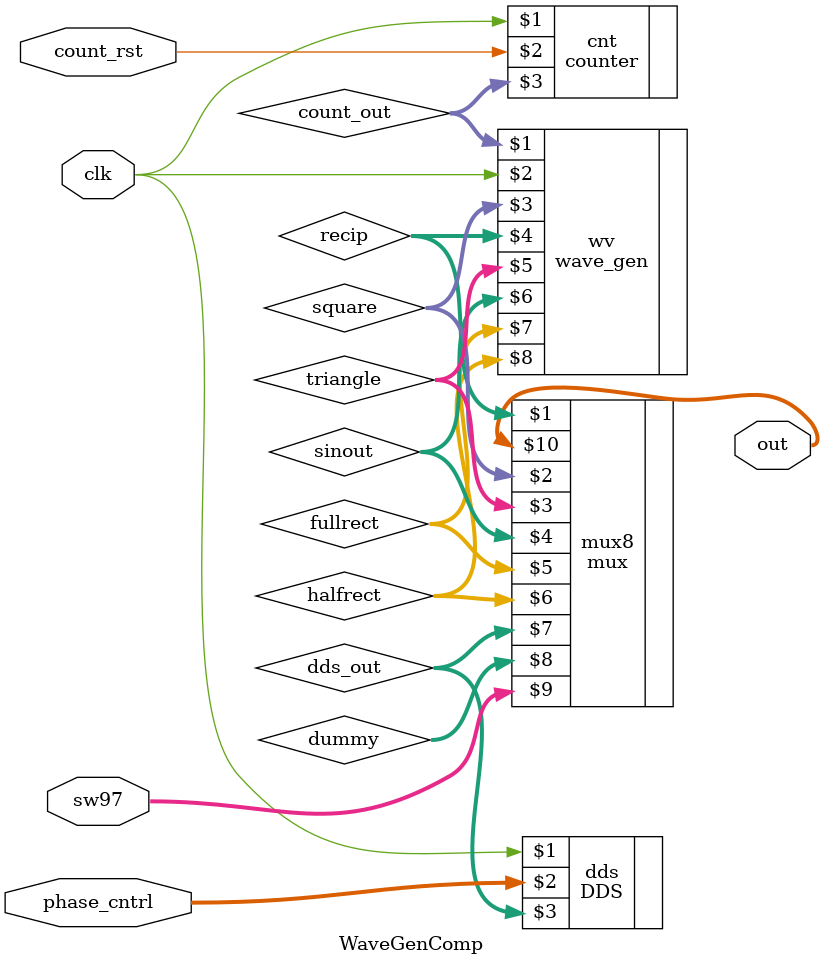
<source format=v>
module WaveGenComp(input clk,count_rst,input [1:0] phase_cntrl, input [2:0] sw97, output [7:0] out);
wire [7:0] count_out,square,recip,triangle,sinout,fullrect,halfrect,dds_out,dummy;
counter cnt (clk,count_rst,count_out);
wave_gen wv (count_out,clk,square,recip,triangle,sinout,fullrect,halfrect);
DDS dds (clk,phase_cntrl,dds_out);
mux mux8 (recip,square,triangle,sinout,fullrect,halfrect,dds_out,dummy,sw97,out);
endmodule
</source>
